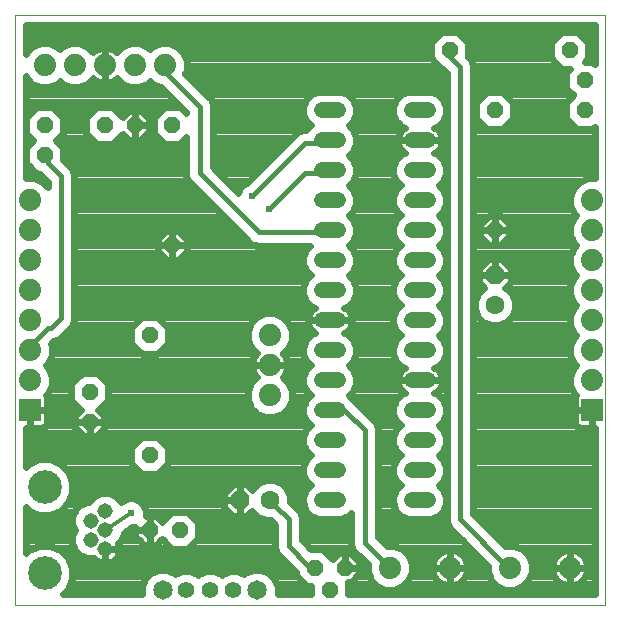
<source format=gbl>
G75*
%MOIN*%
%OFA0B0*%
%FSLAX25Y25*%
%IPPOS*%
%LPD*%
%AMOC8*
5,1,8,0,0,1.08239X$1,22.5*
%
%ADD10C,0.00000*%
%ADD11C,0.06300*%
%ADD12OC8,0.06300*%
%ADD13OC8,0.05200*%
%ADD14C,0.07400*%
%ADD15R,0.07400X0.07400*%
%ADD16C,0.05150*%
%ADD17C,0.11220*%
%ADD18C,0.05200*%
%ADD19C,0.05543*%
%ADD20C,0.06496*%
%ADD21C,0.01600*%
%ADD22C,0.02400*%
%ADD23C,0.01200*%
%ADD24C,0.02400*%
D10*
X0006014Y0002200D02*
X0202864Y0002200D01*
X0202864Y0199050D01*
X0006014Y0199050D01*
X0006014Y0002200D01*
D11*
X0091014Y0037200D03*
X0166014Y0102200D03*
D12*
X0166014Y0112200D03*
X0081014Y0037200D03*
D13*
X0061014Y0027200D03*
X0051014Y0027200D03*
X0051014Y0052200D03*
X0031014Y0063263D03*
X0031014Y0073263D03*
X0051014Y0092200D03*
X0058514Y0122200D03*
X0058514Y0162200D03*
X0046014Y0162200D03*
X0036014Y0162200D03*
X0016014Y0162200D03*
X0016014Y0152200D03*
X0151014Y0187200D03*
X0166014Y0167200D03*
X0191014Y0187200D03*
X0196014Y0177200D03*
X0196014Y0167200D03*
X0166014Y0127200D03*
X0116014Y0014700D03*
X0111014Y0007200D03*
X0106014Y0014700D03*
D14*
X0131014Y0014700D03*
X0151014Y0014700D03*
X0171014Y0014700D03*
X0191014Y0014700D03*
X0198514Y0077200D03*
X0198514Y0087200D03*
X0198514Y0097200D03*
X0198514Y0107200D03*
X0198514Y0117200D03*
X0198514Y0127200D03*
X0198514Y0137200D03*
X0091014Y0092200D03*
X0091014Y0082200D03*
X0091014Y0072200D03*
X0011014Y0077200D03*
X0011014Y0087200D03*
X0011014Y0097200D03*
X0011014Y0107200D03*
X0011014Y0117200D03*
X0011014Y0127200D03*
X0011014Y0137200D03*
X0016014Y0182200D03*
X0026014Y0182200D03*
X0036014Y0182200D03*
X0046014Y0182200D03*
X0056014Y0182200D03*
D15*
X0011014Y0067200D03*
X0198514Y0067200D03*
D16*
X0036093Y0033499D03*
X0031368Y0030350D03*
X0036093Y0027200D03*
X0031368Y0024050D03*
X0036093Y0020901D03*
D17*
X0016014Y0012830D03*
X0016014Y0041570D03*
D18*
X0108414Y0037200D02*
X0113614Y0037200D01*
X0113614Y0047200D02*
X0108414Y0047200D01*
X0108414Y0057200D02*
X0113614Y0057200D01*
X0113614Y0067200D02*
X0108414Y0067200D01*
X0108414Y0077200D02*
X0113614Y0077200D01*
X0113614Y0087200D02*
X0108414Y0087200D01*
X0108414Y0097200D02*
X0113614Y0097200D01*
X0113614Y0107200D02*
X0108414Y0107200D01*
X0108414Y0117200D02*
X0113614Y0117200D01*
X0113614Y0127200D02*
X0108414Y0127200D01*
X0108414Y0137200D02*
X0113614Y0137200D01*
X0113614Y0147200D02*
X0108414Y0147200D01*
X0108414Y0157200D02*
X0113614Y0157200D01*
X0113614Y0167200D02*
X0108414Y0167200D01*
X0138414Y0167200D02*
X0143614Y0167200D01*
X0143614Y0157200D02*
X0138414Y0157200D01*
X0138414Y0147200D02*
X0143614Y0147200D01*
X0143614Y0137200D02*
X0138414Y0137200D01*
X0138414Y0127200D02*
X0143614Y0127200D01*
X0143614Y0117200D02*
X0138414Y0117200D01*
X0138414Y0107200D02*
X0143614Y0107200D01*
X0143614Y0097200D02*
X0138414Y0097200D01*
X0138414Y0087200D02*
X0143614Y0087200D01*
X0143614Y0077200D02*
X0138414Y0077200D01*
X0138414Y0067200D02*
X0143614Y0067200D01*
X0143614Y0057200D02*
X0138414Y0057200D01*
X0138414Y0047200D02*
X0143614Y0047200D01*
X0143614Y0037200D02*
X0138414Y0037200D01*
D19*
X0078888Y0007200D03*
X0071014Y0007200D03*
X0063140Y0007200D03*
D20*
X0055266Y0007200D03*
X0086762Y0007200D03*
D21*
X0097314Y0022000D02*
X0097314Y0030800D01*
X0092914Y0035200D01*
X0091814Y0035200D01*
X0090714Y0036300D01*
X0091014Y0037200D01*
X0097314Y0022000D02*
X0103914Y0015400D01*
X0105014Y0015400D01*
X0106014Y0014700D01*
X0122614Y0023100D02*
X0122614Y0060500D01*
X0116014Y0067100D01*
X0111614Y0067100D01*
X0111014Y0067200D01*
X0154514Y0030800D02*
X0154514Y0181500D01*
X0151214Y0184800D01*
X0151214Y0187000D01*
X0151014Y0187200D01*
X0111014Y0157200D02*
X0110514Y0156200D01*
X0102814Y0156200D01*
X0085214Y0138600D01*
X0090714Y0134200D02*
X0102814Y0146300D01*
X0110514Y0146300D01*
X0111014Y0147200D01*
X0111014Y0127200D02*
X0110514Y0126500D01*
X0087414Y0126500D01*
X0067614Y0146300D01*
X0067614Y0168300D01*
X0056614Y0179300D01*
X0056614Y0181500D01*
X0056014Y0182200D01*
X0021414Y0145200D02*
X0021414Y0097900D01*
X0018114Y0094600D01*
X0017014Y0094600D01*
X0010414Y0088000D01*
X0011014Y0087200D01*
X0021414Y0145200D02*
X0017014Y0149600D01*
X0017014Y0151800D01*
X0016014Y0152200D01*
X0036814Y0027500D02*
X0036093Y0027200D01*
X0122614Y0023100D02*
X0131014Y0014700D01*
X0154514Y0030800D02*
X0169914Y0015400D01*
X0171014Y0015400D01*
X0171014Y0014700D01*
D22*
X0090714Y0134200D03*
X0085214Y0138600D03*
X0044814Y0033000D03*
D23*
X0036814Y0027500D01*
D24*
X0041327Y0023702D02*
X0040464Y0022839D01*
X0040517Y0022734D01*
X0040750Y0022019D01*
X0040867Y0021277D01*
X0040867Y0020901D01*
X0036747Y0020901D01*
X0036747Y0020901D01*
X0040867Y0020901D01*
X0040867Y0020525D01*
X0040750Y0019783D01*
X0040517Y0019068D01*
X0040176Y0018398D01*
X0039735Y0017790D01*
X0039203Y0017259D01*
X0038595Y0016817D01*
X0037925Y0016476D01*
X0037211Y0016244D01*
X0036468Y0016126D01*
X0036093Y0016126D01*
X0036093Y0020042D01*
X0036092Y0020042D01*
X0036092Y0016126D01*
X0035717Y0016126D01*
X0034974Y0016244D01*
X0034260Y0016476D01*
X0033590Y0016817D01*
X0032982Y0017259D01*
X0032451Y0017790D01*
X0032388Y0017876D01*
X0030140Y0017876D01*
X0027870Y0018816D01*
X0026133Y0020553D01*
X0025193Y0022822D01*
X0025193Y0025279D01*
X0025989Y0027200D01*
X0025193Y0029121D01*
X0025193Y0031578D01*
X0026133Y0033847D01*
X0027870Y0035584D01*
X0030140Y0036524D01*
X0030662Y0036524D01*
X0030858Y0036997D01*
X0032595Y0038734D01*
X0034864Y0039674D01*
X0037321Y0039674D01*
X0039590Y0038734D01*
X0041327Y0036997D01*
X0041531Y0036505D01*
X0042095Y0037069D01*
X0043859Y0037800D01*
X0045769Y0037800D01*
X0047533Y0037069D01*
X0048883Y0035719D01*
X0049614Y0033955D01*
X0049614Y0032045D01*
X0049595Y0032000D01*
X0051014Y0032000D01*
X0051014Y0027200D01*
X0051014Y0027200D01*
X0051014Y0022400D01*
X0053002Y0022400D01*
X0055024Y0024422D01*
X0058446Y0021000D01*
X0063582Y0021000D01*
X0067214Y0024632D01*
X0067214Y0029768D01*
X0063582Y0033400D01*
X0058446Y0033400D01*
X0055024Y0029978D01*
X0053002Y0032000D01*
X0051014Y0032000D01*
X0051014Y0027200D01*
X0051014Y0027200D01*
X0051014Y0022400D01*
X0049026Y0022400D01*
X0046214Y0025212D01*
X0046214Y0027200D01*
X0046214Y0028384D01*
X0045769Y0028200D01*
X0045246Y0028200D01*
X0042267Y0026152D01*
X0042267Y0025972D01*
X0041327Y0023702D01*
X0041362Y0023787D02*
X0047639Y0023787D01*
X0051014Y0023787D02*
X0051014Y0023787D01*
X0051014Y0026185D02*
X0051014Y0026185D01*
X0051014Y0027200D02*
X0046214Y0027200D01*
X0051014Y0027200D01*
X0051014Y0027200D01*
X0051014Y0028584D02*
X0051014Y0028584D01*
X0051014Y0030982D02*
X0051014Y0030982D01*
X0049614Y0033381D02*
X0058426Y0033381D01*
X0056028Y0030982D02*
X0054020Y0030982D01*
X0048823Y0035779D02*
X0075664Y0035779D01*
X0075664Y0034984D02*
X0078798Y0031850D01*
X0081014Y0031850D01*
X0083230Y0031850D01*
X0085135Y0033755D01*
X0085291Y0033376D01*
X0087190Y0031478D01*
X0089671Y0030450D01*
X0091441Y0030450D01*
X0092914Y0028977D01*
X0092914Y0021125D01*
X0093584Y0019508D01*
X0094821Y0018270D01*
X0099814Y0013277D01*
X0099814Y0012132D01*
X0103446Y0008500D01*
X0104814Y0008500D01*
X0104814Y0005800D01*
X0093594Y0005800D01*
X0093610Y0005838D01*
X0093610Y0008562D01*
X0092567Y0011079D01*
X0090641Y0013005D01*
X0088124Y0014048D01*
X0085400Y0014048D01*
X0082883Y0013005D01*
X0082484Y0012607D01*
X0080155Y0013572D01*
X0077620Y0013572D01*
X0075279Y0012602D01*
X0074951Y0012274D01*
X0074623Y0012602D01*
X0072281Y0013572D01*
X0069746Y0013572D01*
X0067405Y0012602D01*
X0067077Y0012274D01*
X0066749Y0012602D01*
X0064407Y0013572D01*
X0061872Y0013572D01*
X0059543Y0012607D01*
X0059145Y0013005D01*
X0056628Y0014048D01*
X0053904Y0014048D01*
X0051387Y0013005D01*
X0049460Y0011079D01*
X0048418Y0008562D01*
X0048418Y0005838D01*
X0048433Y0005800D01*
X0022009Y0005800D01*
X0023822Y0007613D01*
X0025224Y0010998D01*
X0025224Y0014662D01*
X0023822Y0018047D01*
X0021231Y0020638D01*
X0017846Y0022040D01*
X0014182Y0022040D01*
X0010797Y0020638D01*
X0009614Y0019455D01*
X0009614Y0034945D01*
X0010797Y0033762D01*
X0014182Y0032360D01*
X0017846Y0032360D01*
X0021231Y0033762D01*
X0023822Y0036353D01*
X0025224Y0039738D01*
X0025224Y0043402D01*
X0023822Y0046787D01*
X0021231Y0049378D01*
X0017846Y0050780D01*
X0014182Y0050780D01*
X0010797Y0049378D01*
X0009614Y0048195D01*
X0009614Y0061300D01*
X0011014Y0061300D01*
X0015003Y0061300D01*
X0015563Y0061450D01*
X0016065Y0061740D01*
X0016474Y0062149D01*
X0016764Y0062651D01*
X0016914Y0063210D01*
X0016914Y0067200D01*
X0016914Y0071190D01*
X0016764Y0071749D01*
X0016474Y0072251D01*
X0016431Y0072294D01*
X0017202Y0073065D01*
X0018314Y0075748D01*
X0018314Y0078652D01*
X0017202Y0081335D01*
X0016338Y0082200D01*
X0017202Y0083065D01*
X0018314Y0085748D01*
X0018314Y0088652D01*
X0018013Y0089377D01*
X0018836Y0090200D01*
X0018989Y0090200D01*
X0020606Y0090870D01*
X0021844Y0092108D01*
X0025144Y0095408D01*
X0025814Y0097025D01*
X0025814Y0146075D01*
X0025144Y0147692D01*
X0023906Y0148930D01*
X0022214Y0150623D01*
X0022214Y0154768D01*
X0019782Y0157200D01*
X0022214Y0159632D01*
X0022214Y0164768D01*
X0018582Y0168400D01*
X0013446Y0168400D01*
X0009814Y0164768D01*
X0009814Y0159632D01*
X0012246Y0157200D01*
X0009814Y0154768D01*
X0009814Y0149632D01*
X0013446Y0146000D01*
X0014391Y0146000D01*
X0017014Y0143377D01*
X0017014Y0141524D01*
X0015149Y0143389D01*
X0012466Y0144500D01*
X0009614Y0144500D01*
X0009614Y0178575D01*
X0009825Y0178065D01*
X0011879Y0176011D01*
X0014562Y0174900D01*
X0017466Y0174900D01*
X0020149Y0176011D01*
X0021014Y0176876D01*
X0021879Y0176011D01*
X0024562Y0174900D01*
X0027466Y0174900D01*
X0030149Y0176011D01*
X0032004Y0177866D01*
X0032170Y0177700D01*
X0032921Y0177154D01*
X0033749Y0176732D01*
X0034632Y0176445D01*
X0035549Y0176300D01*
X0036014Y0176300D01*
X0036478Y0176300D01*
X0037395Y0176445D01*
X0038279Y0176732D01*
X0039106Y0177154D01*
X0039857Y0177700D01*
X0040024Y0177866D01*
X0041879Y0176011D01*
X0044562Y0174900D01*
X0047466Y0174900D01*
X0050149Y0176011D01*
X0051014Y0176876D01*
X0051879Y0176011D01*
X0054562Y0174900D01*
X0054791Y0174900D01*
X0063214Y0166477D01*
X0063214Y0166268D01*
X0061082Y0168400D01*
X0055946Y0168400D01*
X0052314Y0164768D01*
X0052314Y0159632D01*
X0055946Y0156000D01*
X0061082Y0156000D01*
X0063214Y0158132D01*
X0063214Y0145425D01*
X0063884Y0143808D01*
X0065121Y0142570D01*
X0084921Y0122770D01*
X0086539Y0122100D01*
X0104546Y0122100D01*
X0103158Y0120712D01*
X0102214Y0118433D01*
X0102214Y0115967D01*
X0103158Y0113688D01*
X0104646Y0112200D01*
X0103158Y0110712D01*
X0102214Y0108433D01*
X0102214Y0105967D01*
X0103158Y0103688D01*
X0104902Y0101944D01*
X0106143Y0101430D01*
X0105898Y0101305D01*
X0105287Y0100861D01*
X0104753Y0100327D01*
X0104308Y0099716D01*
X0103965Y0099043D01*
X0103732Y0098324D01*
X0103614Y0097578D01*
X0103614Y0097200D01*
X0103614Y0096822D01*
X0103732Y0096076D01*
X0103965Y0095357D01*
X0104308Y0094684D01*
X0104753Y0094073D01*
X0105287Y0093539D01*
X0105898Y0093095D01*
X0106143Y0092970D01*
X0104902Y0092456D01*
X0103158Y0090712D01*
X0102214Y0088433D01*
X0102214Y0085967D01*
X0103158Y0083688D01*
X0104646Y0082200D01*
X0103158Y0080712D01*
X0102214Y0078433D01*
X0102214Y0075967D01*
X0103158Y0073688D01*
X0104646Y0072200D01*
X0103158Y0070712D01*
X0102214Y0068433D01*
X0102214Y0065967D01*
X0103158Y0063688D01*
X0104646Y0062200D01*
X0103158Y0060712D01*
X0102214Y0058433D01*
X0102214Y0055967D01*
X0103158Y0053688D01*
X0104646Y0052200D01*
X0103158Y0050712D01*
X0102214Y0048433D01*
X0102214Y0045967D01*
X0103158Y0043688D01*
X0104646Y0042200D01*
X0103158Y0040712D01*
X0102214Y0038433D01*
X0102214Y0035967D01*
X0103158Y0033688D01*
X0104902Y0031944D01*
X0107181Y0031000D01*
X0114847Y0031000D01*
X0117126Y0031944D01*
X0118214Y0033032D01*
X0118214Y0022225D01*
X0118884Y0020608D01*
X0120121Y0019370D01*
X0123714Y0015777D01*
X0123714Y0013248D01*
X0124825Y0010565D01*
X0126879Y0008511D01*
X0129562Y0007400D01*
X0132466Y0007400D01*
X0135149Y0008511D01*
X0137202Y0010565D01*
X0138314Y0013248D01*
X0138314Y0016152D01*
X0137202Y0018835D01*
X0135149Y0020889D01*
X0132466Y0022000D01*
X0129936Y0022000D01*
X0127014Y0024923D01*
X0127014Y0061375D01*
X0126344Y0062992D01*
X0119744Y0069592D01*
X0119044Y0070293D01*
X0118870Y0070712D01*
X0117382Y0072200D01*
X0118870Y0073688D01*
X0119814Y0075967D01*
X0119814Y0078433D01*
X0118870Y0080712D01*
X0117382Y0082200D01*
X0118870Y0083688D01*
X0119814Y0085967D01*
X0119814Y0088433D01*
X0118870Y0090712D01*
X0117126Y0092456D01*
X0115885Y0092970D01*
X0116130Y0093095D01*
X0116741Y0093539D01*
X0117275Y0094073D01*
X0117719Y0094684D01*
X0118062Y0095357D01*
X0118296Y0096076D01*
X0118414Y0096822D01*
X0118414Y0097200D01*
X0118414Y0097578D01*
X0118296Y0098324D01*
X0118062Y0099043D01*
X0117719Y0099716D01*
X0117275Y0100327D01*
X0116741Y0100861D01*
X0116130Y0101305D01*
X0115885Y0101430D01*
X0117126Y0101944D01*
X0118870Y0103688D01*
X0119814Y0105967D01*
X0119814Y0108433D01*
X0118870Y0110712D01*
X0117382Y0112200D01*
X0118870Y0113688D01*
X0119814Y0115967D01*
X0119814Y0118433D01*
X0118870Y0120712D01*
X0117382Y0122200D01*
X0118870Y0123688D01*
X0119814Y0125967D01*
X0119814Y0128433D01*
X0118870Y0130712D01*
X0117382Y0132200D01*
X0118870Y0133688D01*
X0119814Y0135967D01*
X0119814Y0138433D01*
X0118870Y0140712D01*
X0117382Y0142200D01*
X0118870Y0143688D01*
X0119814Y0145967D01*
X0119814Y0148433D01*
X0118870Y0150712D01*
X0117382Y0152200D01*
X0118870Y0153688D01*
X0119814Y0155967D01*
X0119814Y0158433D01*
X0118870Y0160712D01*
X0117382Y0162200D01*
X0118870Y0163688D01*
X0119814Y0165967D01*
X0119814Y0168433D01*
X0118870Y0170712D01*
X0117126Y0172456D01*
X0114847Y0173400D01*
X0107181Y0173400D01*
X0104902Y0172456D01*
X0103158Y0170712D01*
X0102214Y0168433D01*
X0102214Y0165967D01*
X0103158Y0163688D01*
X0104646Y0162200D01*
X0103158Y0160712D01*
X0103111Y0160600D01*
X0101939Y0160600D01*
X0100321Y0159930D01*
X0083460Y0143069D01*
X0082495Y0142669D01*
X0081145Y0141319D01*
X0080463Y0139673D01*
X0072014Y0148123D01*
X0072014Y0169175D01*
X0071344Y0170792D01*
X0062750Y0179386D01*
X0063314Y0180748D01*
X0063314Y0183652D01*
X0062202Y0186335D01*
X0060149Y0188389D01*
X0057466Y0189500D01*
X0054562Y0189500D01*
X0051879Y0188389D01*
X0051014Y0187524D01*
X0050149Y0188389D01*
X0047466Y0189500D01*
X0044562Y0189500D01*
X0041879Y0188389D01*
X0040024Y0186534D01*
X0039857Y0186700D01*
X0039106Y0187246D01*
X0038279Y0187668D01*
X0037395Y0187955D01*
X0036478Y0188100D01*
X0036014Y0188100D01*
X0036014Y0182200D01*
X0036014Y0182200D01*
X0036014Y0176300D01*
X0036014Y0182200D01*
X0036014Y0182200D01*
X0036014Y0188100D01*
X0035549Y0188100D01*
X0034632Y0187955D01*
X0033749Y0187668D01*
X0032921Y0187246D01*
X0032170Y0186700D01*
X0032004Y0186534D01*
X0030149Y0188389D01*
X0027466Y0189500D01*
X0024562Y0189500D01*
X0021879Y0188389D01*
X0021014Y0187524D01*
X0020149Y0188389D01*
X0017466Y0189500D01*
X0014562Y0189500D01*
X0011879Y0188389D01*
X0009825Y0186335D01*
X0009614Y0185825D01*
X0009614Y0195450D01*
X0199264Y0195450D01*
X0199264Y0182718D01*
X0198582Y0183400D01*
X0195982Y0183400D01*
X0197214Y0184632D01*
X0197214Y0189768D01*
X0193582Y0193400D01*
X0188446Y0193400D01*
X0184814Y0189768D01*
X0184814Y0184632D01*
X0188446Y0181000D01*
X0191046Y0181000D01*
X0189814Y0179768D01*
X0189814Y0174632D01*
X0192246Y0172200D01*
X0189814Y0169768D01*
X0189814Y0164632D01*
X0193446Y0161000D01*
X0198582Y0161000D01*
X0199264Y0161682D01*
X0199264Y0144500D01*
X0197062Y0144500D01*
X0194379Y0143389D01*
X0192325Y0141335D01*
X0191214Y0138652D01*
X0191214Y0135748D01*
X0192325Y0133065D01*
X0193190Y0132200D01*
X0192325Y0131335D01*
X0191214Y0128652D01*
X0191214Y0125748D01*
X0192325Y0123065D01*
X0193190Y0122200D01*
X0192325Y0121335D01*
X0191214Y0118652D01*
X0191214Y0115748D01*
X0192325Y0113065D01*
X0193190Y0112200D01*
X0192325Y0111335D01*
X0191214Y0108652D01*
X0191214Y0105748D01*
X0192325Y0103065D01*
X0193190Y0102200D01*
X0192325Y0101335D01*
X0191214Y0098652D01*
X0191214Y0095748D01*
X0192325Y0093065D01*
X0193190Y0092200D01*
X0192325Y0091335D01*
X0191214Y0088652D01*
X0191214Y0085748D01*
X0192325Y0083065D01*
X0193190Y0082200D01*
X0192325Y0081335D01*
X0191214Y0078652D01*
X0191214Y0075748D01*
X0192325Y0073065D01*
X0193096Y0072294D01*
X0193053Y0072251D01*
X0192764Y0071749D01*
X0192614Y0071190D01*
X0192614Y0067200D01*
X0192614Y0063210D01*
X0192764Y0062651D01*
X0193053Y0062149D01*
X0193463Y0061740D01*
X0193965Y0061450D01*
X0194524Y0061300D01*
X0198514Y0061300D01*
X0199264Y0061300D01*
X0199264Y0005800D01*
X0117214Y0005800D01*
X0117214Y0009768D01*
X0117082Y0009900D01*
X0118002Y0009900D01*
X0120814Y0012712D01*
X0120814Y0014700D01*
X0120814Y0016688D01*
X0118002Y0019500D01*
X0116014Y0019500D01*
X0116014Y0014700D01*
X0120814Y0014700D01*
X0116014Y0014700D01*
X0116014Y0014700D01*
X0116014Y0014700D01*
X0116014Y0019500D01*
X0114026Y0019500D01*
X0112004Y0017478D01*
X0108582Y0020900D01*
X0104636Y0020900D01*
X0101714Y0023823D01*
X0101714Y0031675D01*
X0101044Y0033292D01*
X0097764Y0036573D01*
X0097764Y0038543D01*
X0096736Y0041024D01*
X0094837Y0042922D01*
X0092356Y0043950D01*
X0089671Y0043950D01*
X0087190Y0042922D01*
X0085291Y0041024D01*
X0085135Y0040645D01*
X0083230Y0042550D01*
X0081014Y0042550D01*
X0081014Y0037200D01*
X0081014Y0037200D01*
X0081014Y0031850D01*
X0081014Y0037200D01*
X0081014Y0037200D01*
X0081014Y0042550D01*
X0078798Y0042550D01*
X0075664Y0039416D01*
X0075664Y0037200D01*
X0075664Y0034984D01*
X0075664Y0037200D02*
X0081014Y0037200D01*
X0081014Y0037200D01*
X0075664Y0037200D01*
X0075664Y0038178D02*
X0040147Y0038178D01*
X0032038Y0038178D02*
X0024578Y0038178D01*
X0023248Y0035779D02*
X0028341Y0035779D01*
X0025940Y0033381D02*
X0020310Y0033381D01*
X0025193Y0030982D02*
X0009614Y0030982D01*
X0009614Y0028584D02*
X0025416Y0028584D01*
X0025569Y0026185D02*
X0009614Y0026185D01*
X0009614Y0023787D02*
X0025193Y0023787D01*
X0025787Y0021388D02*
X0019420Y0021388D01*
X0022879Y0018990D02*
X0027696Y0018990D01*
X0024425Y0016591D02*
X0034033Y0016591D01*
X0036092Y0016591D02*
X0036093Y0016591D01*
X0038152Y0016591D02*
X0096500Y0016591D01*
X0094102Y0018990D02*
X0040478Y0018990D01*
X0040850Y0021388D02*
X0058058Y0021388D01*
X0055659Y0023787D02*
X0054389Y0023787D01*
X0046214Y0026185D02*
X0042315Y0026185D01*
X0036092Y0018990D02*
X0036093Y0018990D01*
X0025224Y0014193D02*
X0098899Y0014193D01*
X0100152Y0011794D02*
X0091852Y0011794D01*
X0093265Y0009396D02*
X0102550Y0009396D01*
X0104814Y0006997D02*
X0093610Y0006997D01*
X0092914Y0021388D02*
X0063970Y0021388D01*
X0066368Y0023787D02*
X0092914Y0023787D01*
X0092914Y0026185D02*
X0067214Y0026185D01*
X0067214Y0028584D02*
X0092914Y0028584D01*
X0088386Y0030982D02*
X0066000Y0030982D01*
X0063601Y0033381D02*
X0077267Y0033381D01*
X0081014Y0033381D02*
X0081014Y0033381D01*
X0081014Y0035779D02*
X0081014Y0035779D01*
X0081014Y0038178D02*
X0081014Y0038178D01*
X0081014Y0040576D02*
X0081014Y0040576D01*
X0076824Y0040576D02*
X0025224Y0040576D01*
X0025224Y0042975D02*
X0087317Y0042975D01*
X0094711Y0042975D02*
X0103871Y0042975D01*
X0103101Y0040576D02*
X0096921Y0040576D01*
X0097764Y0038178D02*
X0102214Y0038178D01*
X0102291Y0035779D02*
X0098557Y0035779D01*
X0100956Y0033381D02*
X0103465Y0033381D01*
X0101714Y0030982D02*
X0118214Y0030982D01*
X0118214Y0028584D02*
X0101714Y0028584D01*
X0101714Y0026185D02*
X0118214Y0026185D01*
X0118214Y0023787D02*
X0101750Y0023787D01*
X0104148Y0021388D02*
X0118560Y0021388D01*
X0118512Y0018990D02*
X0120502Y0018990D01*
X0120814Y0016591D02*
X0122900Y0016591D01*
X0123714Y0014193D02*
X0120814Y0014193D01*
X0119896Y0011794D02*
X0124316Y0011794D01*
X0125994Y0009396D02*
X0117214Y0009396D01*
X0117214Y0006997D02*
X0199264Y0006997D01*
X0199264Y0009396D02*
X0193599Y0009396D01*
X0193279Y0009232D02*
X0194106Y0009654D01*
X0194857Y0010200D01*
X0195514Y0010856D01*
X0196060Y0011608D01*
X0196482Y0012435D01*
X0196768Y0013318D01*
X0196914Y0014236D01*
X0196914Y0014700D01*
X0196914Y0015164D01*
X0196768Y0016082D01*
X0196482Y0016965D01*
X0196060Y0017792D01*
X0195514Y0018544D01*
X0194857Y0019200D01*
X0194106Y0019746D01*
X0193279Y0020168D01*
X0192395Y0020455D01*
X0191478Y0020600D01*
X0191014Y0020600D01*
X0191014Y0014700D01*
X0196914Y0014700D01*
X0191014Y0014700D01*
X0191014Y0014700D01*
X0191014Y0014700D01*
X0191014Y0008800D01*
X0191478Y0008800D01*
X0192395Y0008945D01*
X0193279Y0009232D01*
X0196155Y0011794D02*
X0199264Y0011794D01*
X0199264Y0014193D02*
X0196907Y0014193D01*
X0196603Y0016591D02*
X0199264Y0016591D01*
X0199264Y0018990D02*
X0195068Y0018990D01*
X0191014Y0018990D02*
X0191014Y0018990D01*
X0191014Y0020600D02*
X0190549Y0020600D01*
X0189632Y0020455D01*
X0188749Y0020168D01*
X0187921Y0019746D01*
X0187170Y0019200D01*
X0186514Y0018544D01*
X0185968Y0017792D01*
X0185546Y0016965D01*
X0185259Y0016082D01*
X0185114Y0015164D01*
X0185114Y0014700D01*
X0185114Y0014236D01*
X0185259Y0013318D01*
X0185546Y0012435D01*
X0185968Y0011608D01*
X0186514Y0010856D01*
X0187170Y0010200D01*
X0187921Y0009654D01*
X0188749Y0009232D01*
X0189632Y0008945D01*
X0190549Y0008800D01*
X0191014Y0008800D01*
X0191014Y0014700D01*
X0191014Y0014700D01*
X0191014Y0020600D01*
X0191014Y0016591D02*
X0191014Y0016591D01*
X0191014Y0014700D02*
X0191014Y0014700D01*
X0185114Y0014700D01*
X0191014Y0014700D01*
X0191014Y0014193D02*
X0191014Y0014193D01*
X0191014Y0011794D02*
X0191014Y0011794D01*
X0191014Y0009396D02*
X0191014Y0009396D01*
X0188428Y0009396D02*
X0176033Y0009396D01*
X0175149Y0008511D02*
X0177202Y0010565D01*
X0178314Y0013248D01*
X0178314Y0016152D01*
X0177202Y0018835D01*
X0175149Y0020889D01*
X0172466Y0022000D01*
X0169562Y0022000D01*
X0169544Y0021993D01*
X0158914Y0032623D01*
X0158914Y0182375D01*
X0158244Y0183992D01*
X0157214Y0185023D01*
X0157214Y0189768D01*
X0153582Y0193400D01*
X0148446Y0193400D01*
X0144814Y0189768D01*
X0144814Y0184632D01*
X0148446Y0181000D01*
X0148791Y0181000D01*
X0150114Y0179677D01*
X0150114Y0029925D01*
X0150784Y0028308D01*
X0152021Y0027070D01*
X0163714Y0015377D01*
X0163714Y0013248D01*
X0164825Y0010565D01*
X0166879Y0008511D01*
X0169562Y0007400D01*
X0172466Y0007400D01*
X0175149Y0008511D01*
X0177712Y0011794D02*
X0185873Y0011794D01*
X0185121Y0014193D02*
X0178314Y0014193D01*
X0178132Y0016591D02*
X0185425Y0016591D01*
X0186959Y0018990D02*
X0177048Y0018990D01*
X0173943Y0021388D02*
X0199264Y0021388D01*
X0199264Y0023787D02*
X0167750Y0023787D01*
X0165351Y0026185D02*
X0199264Y0026185D01*
X0199264Y0028584D02*
X0162953Y0028584D01*
X0160554Y0030982D02*
X0199264Y0030982D01*
X0199264Y0033381D02*
X0158914Y0033381D01*
X0158914Y0035779D02*
X0199264Y0035779D01*
X0199264Y0038178D02*
X0158914Y0038178D01*
X0158914Y0040576D02*
X0199264Y0040576D01*
X0199264Y0042975D02*
X0158914Y0042975D01*
X0158914Y0045373D02*
X0199264Y0045373D01*
X0199264Y0047772D02*
X0158914Y0047772D01*
X0158914Y0050170D02*
X0199264Y0050170D01*
X0199264Y0052569D02*
X0158914Y0052569D01*
X0158914Y0054967D02*
X0199264Y0054967D01*
X0199264Y0057366D02*
X0158914Y0057366D01*
X0158914Y0059764D02*
X0199264Y0059764D01*
X0198514Y0061300D02*
X0198514Y0067200D01*
X0198514Y0067200D01*
X0198514Y0061300D01*
X0198514Y0062163D02*
X0198514Y0062163D01*
X0198514Y0064561D02*
X0198514Y0064561D01*
X0198514Y0066960D02*
X0198514Y0066960D01*
X0198514Y0067200D02*
X0192614Y0067200D01*
X0198514Y0067200D01*
X0198514Y0067200D01*
X0192614Y0066960D02*
X0158914Y0066960D01*
X0158914Y0069358D02*
X0192614Y0069358D01*
X0192768Y0071757D02*
X0158914Y0071757D01*
X0158914Y0074155D02*
X0191873Y0074155D01*
X0191214Y0076554D02*
X0158914Y0076554D01*
X0158914Y0078952D02*
X0191338Y0078952D01*
X0192341Y0081351D02*
X0158914Y0081351D01*
X0158914Y0083749D02*
X0192042Y0083749D01*
X0191214Y0086148D02*
X0158914Y0086148D01*
X0158914Y0088546D02*
X0191214Y0088546D01*
X0192164Y0090945D02*
X0158914Y0090945D01*
X0158914Y0093343D02*
X0192210Y0093343D01*
X0191216Y0095742D02*
X0168061Y0095742D01*
X0167356Y0095450D02*
X0169837Y0096478D01*
X0171736Y0098376D01*
X0172764Y0100857D01*
X0172764Y0103543D01*
X0171736Y0106024D01*
X0169837Y0107922D01*
X0169459Y0108079D01*
X0171364Y0109984D01*
X0171364Y0112200D01*
X0171364Y0114416D01*
X0168230Y0117550D01*
X0166014Y0117550D01*
X0166014Y0112200D01*
X0171364Y0112200D01*
X0166014Y0112200D01*
X0166014Y0112200D01*
X0166014Y0112200D01*
X0166014Y0117550D01*
X0163798Y0117550D01*
X0160664Y0114416D01*
X0160664Y0112200D01*
X0160664Y0109984D01*
X0162569Y0108079D01*
X0162190Y0107922D01*
X0160291Y0106024D01*
X0159264Y0103543D01*
X0159264Y0100857D01*
X0160291Y0098376D01*
X0162190Y0096478D01*
X0164671Y0095450D01*
X0167356Y0095450D01*
X0163966Y0095742D02*
X0158914Y0095742D01*
X0158914Y0098140D02*
X0160527Y0098140D01*
X0159396Y0100539D02*
X0158914Y0100539D01*
X0158914Y0102937D02*
X0159264Y0102937D01*
X0158914Y0105336D02*
X0160007Y0105336D01*
X0158914Y0107734D02*
X0162002Y0107734D01*
X0160664Y0110133D02*
X0158914Y0110133D01*
X0158914Y0112532D02*
X0160664Y0112532D01*
X0160664Y0112200D02*
X0166014Y0112200D01*
X0160664Y0112200D01*
X0161178Y0114930D02*
X0158914Y0114930D01*
X0158914Y0117329D02*
X0163576Y0117329D01*
X0166014Y0117329D02*
X0166014Y0117329D01*
X0166014Y0114930D02*
X0166014Y0114930D01*
X0168451Y0117329D02*
X0191214Y0117329D01*
X0191553Y0114930D02*
X0170850Y0114930D01*
X0171364Y0112532D02*
X0192858Y0112532D01*
X0191827Y0110133D02*
X0171364Y0110133D01*
X0170025Y0107734D02*
X0191214Y0107734D01*
X0191384Y0105336D02*
X0172021Y0105336D01*
X0172764Y0102937D02*
X0192453Y0102937D01*
X0191995Y0100539D02*
X0172632Y0100539D01*
X0171500Y0098140D02*
X0191214Y0098140D01*
X0191659Y0119727D02*
X0158914Y0119727D01*
X0158914Y0122126D02*
X0193116Y0122126D01*
X0191721Y0124524D02*
X0170126Y0124524D01*
X0170814Y0125212D02*
X0168002Y0122400D01*
X0166014Y0122400D01*
X0166014Y0127200D01*
X0170814Y0127200D01*
X0170814Y0129188D01*
X0168002Y0132000D01*
X0166014Y0132000D01*
X0166014Y0127200D01*
X0166014Y0127200D01*
X0170814Y0127200D01*
X0170814Y0125212D01*
X0170814Y0126923D02*
X0191214Y0126923D01*
X0191491Y0129321D02*
X0170681Y0129321D01*
X0168282Y0131720D02*
X0192710Y0131720D01*
X0191889Y0134118D02*
X0158914Y0134118D01*
X0158914Y0131720D02*
X0163745Y0131720D01*
X0164026Y0132000D02*
X0161214Y0129188D01*
X0161214Y0127200D01*
X0161214Y0125212D01*
X0164026Y0122400D01*
X0166014Y0122400D01*
X0166014Y0127200D01*
X0166014Y0127200D01*
X0166014Y0127200D01*
X0166014Y0132000D01*
X0164026Y0132000D01*
X0166014Y0131720D02*
X0166014Y0131720D01*
X0166014Y0129321D02*
X0166014Y0129321D01*
X0166014Y0127200D02*
X0166014Y0127200D01*
X0161214Y0127200D01*
X0166014Y0127200D01*
X0166014Y0126923D02*
X0166014Y0126923D01*
X0166014Y0124524D02*
X0166014Y0124524D01*
X0161901Y0124524D02*
X0158914Y0124524D01*
X0158914Y0126923D02*
X0161214Y0126923D01*
X0161347Y0129321D02*
X0158914Y0129321D01*
X0158914Y0136517D02*
X0191214Y0136517D01*
X0191323Y0138915D02*
X0158914Y0138915D01*
X0158914Y0141314D02*
X0192316Y0141314D01*
X0195160Y0143712D02*
X0158914Y0143712D01*
X0158914Y0146111D02*
X0199264Y0146111D01*
X0199264Y0148509D02*
X0158914Y0148509D01*
X0158914Y0150908D02*
X0199264Y0150908D01*
X0199264Y0153306D02*
X0158914Y0153306D01*
X0158914Y0155705D02*
X0199264Y0155705D01*
X0199264Y0158103D02*
X0158914Y0158103D01*
X0158914Y0160502D02*
X0199264Y0160502D01*
X0191545Y0162900D02*
X0170482Y0162900D01*
X0172214Y0164632D02*
X0168582Y0161000D01*
X0163446Y0161000D01*
X0159814Y0164632D01*
X0159814Y0169768D01*
X0163446Y0173400D01*
X0168582Y0173400D01*
X0172214Y0169768D01*
X0172214Y0164632D01*
X0172214Y0165299D02*
X0189814Y0165299D01*
X0189814Y0167697D02*
X0172214Y0167697D01*
X0171886Y0170096D02*
X0190141Y0170096D01*
X0191951Y0172494D02*
X0169488Y0172494D01*
X0162540Y0172494D02*
X0158914Y0172494D01*
X0158914Y0170096D02*
X0160141Y0170096D01*
X0159814Y0167697D02*
X0158914Y0167697D01*
X0158914Y0165299D02*
X0159814Y0165299D01*
X0158914Y0162900D02*
X0161545Y0162900D01*
X0150114Y0162900D02*
X0148082Y0162900D01*
X0148870Y0163688D02*
X0149814Y0165967D01*
X0149814Y0168433D01*
X0148870Y0170712D01*
X0147126Y0172456D01*
X0144847Y0173400D01*
X0137181Y0173400D01*
X0134902Y0172456D01*
X0133158Y0170712D01*
X0132214Y0168433D01*
X0132214Y0165967D01*
X0133158Y0163688D01*
X0134902Y0161944D01*
X0136143Y0161430D01*
X0135898Y0161305D01*
X0135287Y0160861D01*
X0134753Y0160327D01*
X0134308Y0159716D01*
X0133965Y0159043D01*
X0133732Y0158324D01*
X0133614Y0157578D01*
X0133614Y0157200D01*
X0133614Y0156822D01*
X0133732Y0156076D01*
X0133965Y0155357D01*
X0134308Y0154684D01*
X0134753Y0154073D01*
X0135287Y0153539D01*
X0135898Y0153095D01*
X0136143Y0152970D01*
X0134902Y0152456D01*
X0133158Y0150712D01*
X0132214Y0148433D01*
X0132214Y0145967D01*
X0133158Y0143688D01*
X0134646Y0142200D01*
X0133158Y0140712D01*
X0132214Y0138433D01*
X0132214Y0135967D01*
X0133158Y0133688D01*
X0134646Y0132200D01*
X0133158Y0130712D01*
X0132214Y0128433D01*
X0132214Y0125967D01*
X0133158Y0123688D01*
X0134646Y0122200D01*
X0133158Y0120712D01*
X0132214Y0118433D01*
X0132214Y0115967D01*
X0133158Y0113688D01*
X0134646Y0112200D01*
X0133158Y0110712D01*
X0132214Y0108433D01*
X0132214Y0105967D01*
X0133158Y0103688D01*
X0134646Y0102200D01*
X0133158Y0100712D01*
X0132214Y0098433D01*
X0132214Y0095967D01*
X0133158Y0093688D01*
X0134646Y0092200D01*
X0133158Y0090712D01*
X0132214Y0088433D01*
X0132214Y0085967D01*
X0133158Y0083688D01*
X0134902Y0081944D01*
X0136143Y0081430D01*
X0135898Y0081305D01*
X0135287Y0080861D01*
X0134753Y0080327D01*
X0134308Y0079716D01*
X0133965Y0079043D01*
X0133732Y0078324D01*
X0133614Y0077578D01*
X0133614Y0077200D01*
X0133614Y0076822D01*
X0133732Y0076076D01*
X0133965Y0075357D01*
X0134308Y0074684D01*
X0134753Y0074073D01*
X0135287Y0073539D01*
X0135898Y0073095D01*
X0136143Y0072970D01*
X0134902Y0072456D01*
X0133158Y0070712D01*
X0132214Y0068433D01*
X0132214Y0065967D01*
X0133158Y0063688D01*
X0134646Y0062200D01*
X0133158Y0060712D01*
X0132214Y0058433D01*
X0132214Y0055967D01*
X0133158Y0053688D01*
X0134646Y0052200D01*
X0133158Y0050712D01*
X0132214Y0048433D01*
X0132214Y0045967D01*
X0133158Y0043688D01*
X0134646Y0042200D01*
X0133158Y0040712D01*
X0132214Y0038433D01*
X0132214Y0035967D01*
X0133158Y0033688D01*
X0134902Y0031944D01*
X0137181Y0031000D01*
X0144847Y0031000D01*
X0147126Y0031944D01*
X0148870Y0033688D01*
X0149814Y0035967D01*
X0149814Y0038433D01*
X0148870Y0040712D01*
X0147382Y0042200D01*
X0148870Y0043688D01*
X0149814Y0045967D01*
X0149814Y0048433D01*
X0148870Y0050712D01*
X0147382Y0052200D01*
X0148870Y0053688D01*
X0149814Y0055967D01*
X0149814Y0058433D01*
X0148870Y0060712D01*
X0147382Y0062200D01*
X0148870Y0063688D01*
X0149814Y0065967D01*
X0149814Y0068433D01*
X0148870Y0070712D01*
X0147126Y0072456D01*
X0145885Y0072970D01*
X0146130Y0073095D01*
X0146741Y0073539D01*
X0147275Y0074073D01*
X0147719Y0074684D01*
X0148062Y0075357D01*
X0148296Y0076076D01*
X0148414Y0076822D01*
X0148414Y0077200D01*
X0148414Y0077578D01*
X0148296Y0078324D01*
X0148062Y0079043D01*
X0147719Y0079716D01*
X0147275Y0080327D01*
X0146741Y0080861D01*
X0146130Y0081305D01*
X0145885Y0081430D01*
X0147126Y0081944D01*
X0148870Y0083688D01*
X0149814Y0085967D01*
X0149814Y0088433D01*
X0148870Y0090712D01*
X0147382Y0092200D01*
X0148870Y0093688D01*
X0149814Y0095967D01*
X0149814Y0098433D01*
X0148870Y0100712D01*
X0147382Y0102200D01*
X0148870Y0103688D01*
X0149814Y0105967D01*
X0149814Y0108433D01*
X0148870Y0110712D01*
X0147382Y0112200D01*
X0148870Y0113688D01*
X0149814Y0115967D01*
X0149814Y0118433D01*
X0148870Y0120712D01*
X0147382Y0122200D01*
X0148870Y0123688D01*
X0149814Y0125967D01*
X0149814Y0128433D01*
X0148870Y0130712D01*
X0147382Y0132200D01*
X0148870Y0133688D01*
X0149814Y0135967D01*
X0149814Y0138433D01*
X0148870Y0140712D01*
X0147382Y0142200D01*
X0148870Y0143688D01*
X0149814Y0145967D01*
X0149814Y0148433D01*
X0148870Y0150712D01*
X0147126Y0152456D01*
X0145885Y0152970D01*
X0146130Y0153095D01*
X0146741Y0153539D01*
X0147275Y0154073D01*
X0147719Y0154684D01*
X0148062Y0155357D01*
X0148296Y0156076D01*
X0148414Y0156822D01*
X0148414Y0157200D01*
X0148414Y0157578D01*
X0148296Y0158324D01*
X0148062Y0159043D01*
X0147719Y0159716D01*
X0147275Y0160327D01*
X0146741Y0160861D01*
X0146130Y0161305D01*
X0145885Y0161430D01*
X0147126Y0161944D01*
X0148870Y0163688D01*
X0149537Y0165299D02*
X0150114Y0165299D01*
X0150114Y0167697D02*
X0149814Y0167697D01*
X0150114Y0170096D02*
X0149125Y0170096D01*
X0150114Y0172494D02*
X0147034Y0172494D01*
X0150114Y0174893D02*
X0067243Y0174893D01*
X0069642Y0172494D02*
X0104994Y0172494D01*
X0102902Y0170096D02*
X0071632Y0170096D01*
X0072014Y0167697D02*
X0102214Y0167697D01*
X0102490Y0165299D02*
X0072014Y0165299D01*
X0072014Y0162900D02*
X0103945Y0162900D01*
X0101701Y0160502D02*
X0072014Y0160502D01*
X0072014Y0158103D02*
X0098494Y0158103D01*
X0096096Y0155705D02*
X0072014Y0155705D01*
X0072014Y0153306D02*
X0093697Y0153306D01*
X0091299Y0150908D02*
X0072014Y0150908D01*
X0072014Y0148509D02*
X0088900Y0148509D01*
X0086502Y0146111D02*
X0074026Y0146111D01*
X0076424Y0143712D02*
X0084103Y0143712D01*
X0081142Y0141314D02*
X0078823Y0141314D01*
X0073573Y0134118D02*
X0025814Y0134118D01*
X0025814Y0131720D02*
X0075972Y0131720D01*
X0078370Y0129321D02*
X0025814Y0129321D01*
X0025814Y0126923D02*
X0056448Y0126923D01*
X0056526Y0127000D02*
X0053714Y0124188D01*
X0053714Y0122200D01*
X0053714Y0120212D01*
X0056526Y0117400D01*
X0058514Y0117400D01*
X0060502Y0117400D01*
X0063314Y0120212D01*
X0063314Y0122200D01*
X0063314Y0124188D01*
X0060502Y0127000D01*
X0058514Y0127000D01*
X0058514Y0122200D01*
X0063314Y0122200D01*
X0058514Y0122200D01*
X0058514Y0122200D01*
X0058514Y0122200D01*
X0058514Y0117400D01*
X0058514Y0122200D01*
X0058514Y0122200D01*
X0058514Y0127000D01*
X0056526Y0127000D01*
X0058514Y0126923D02*
X0058514Y0126923D01*
X0060579Y0126923D02*
X0080769Y0126923D01*
X0083167Y0124524D02*
X0062978Y0124524D01*
X0063314Y0122126D02*
X0086477Y0122126D01*
X0102750Y0119727D02*
X0062829Y0119727D01*
X0058514Y0119727D02*
X0058514Y0119727D01*
X0058514Y0122126D02*
X0058514Y0122126D01*
X0058514Y0122200D02*
X0053714Y0122200D01*
X0058514Y0122200D01*
X0058514Y0122200D01*
X0058514Y0124524D02*
X0058514Y0124524D01*
X0054050Y0124524D02*
X0025814Y0124524D01*
X0025814Y0122126D02*
X0053714Y0122126D01*
X0054198Y0119727D02*
X0025814Y0119727D01*
X0025814Y0117329D02*
X0102214Y0117329D01*
X0102643Y0114930D02*
X0025814Y0114930D01*
X0025814Y0112532D02*
X0104314Y0112532D01*
X0102918Y0110133D02*
X0025814Y0110133D01*
X0025814Y0107734D02*
X0102214Y0107734D01*
X0102475Y0105336D02*
X0025814Y0105336D01*
X0025814Y0102937D02*
X0103908Y0102937D01*
X0104965Y0100539D02*
X0025814Y0100539D01*
X0025814Y0098140D02*
X0048186Y0098140D01*
X0048446Y0098400D02*
X0044814Y0094768D01*
X0044814Y0089632D01*
X0048446Y0086000D01*
X0053582Y0086000D01*
X0057214Y0089632D01*
X0057214Y0094768D01*
X0053582Y0098400D01*
X0048446Y0098400D01*
X0045788Y0095742D02*
X0025282Y0095742D01*
X0023080Y0093343D02*
X0044814Y0093343D01*
X0044814Y0090945D02*
X0020681Y0090945D01*
X0018314Y0088546D02*
X0045899Y0088546D01*
X0048298Y0086148D02*
X0018314Y0086148D01*
X0017486Y0083749D02*
X0085314Y0083749D01*
X0085259Y0083582D02*
X0085114Y0082664D01*
X0085114Y0082200D01*
X0085114Y0081736D01*
X0085259Y0080818D01*
X0085546Y0079935D01*
X0085968Y0079108D01*
X0086514Y0078356D01*
X0086680Y0078190D01*
X0084825Y0076335D01*
X0083714Y0073652D01*
X0083714Y0070748D01*
X0084825Y0068065D01*
X0086879Y0066011D01*
X0089562Y0064900D01*
X0092466Y0064900D01*
X0095149Y0066011D01*
X0097202Y0068065D01*
X0098314Y0070748D01*
X0098314Y0073652D01*
X0097202Y0076335D01*
X0095348Y0078190D01*
X0095514Y0078356D01*
X0096060Y0079108D01*
X0096482Y0079935D01*
X0096768Y0080818D01*
X0096914Y0081736D01*
X0096914Y0082200D01*
X0096914Y0082664D01*
X0096768Y0083582D01*
X0096482Y0084465D01*
X0096060Y0085292D01*
X0095514Y0086044D01*
X0095348Y0086210D01*
X0097202Y0088065D01*
X0098314Y0090748D01*
X0098314Y0093652D01*
X0097202Y0096335D01*
X0095149Y0098389D01*
X0092466Y0099500D01*
X0089562Y0099500D01*
X0086879Y0098389D01*
X0084825Y0096335D01*
X0083714Y0093652D01*
X0083714Y0090748D01*
X0084825Y0088065D01*
X0086680Y0086210D01*
X0086514Y0086044D01*
X0085968Y0085292D01*
X0085546Y0084465D01*
X0085259Y0083582D01*
X0085114Y0082200D02*
X0091014Y0082200D01*
X0096914Y0082200D01*
X0091014Y0082200D01*
X0091014Y0082200D01*
X0085114Y0082200D01*
X0085175Y0081351D02*
X0017187Y0081351D01*
X0018189Y0078952D02*
X0027935Y0078952D01*
X0028446Y0079463D02*
X0024814Y0075831D01*
X0024814Y0070695D01*
X0028236Y0067273D01*
X0026214Y0065251D01*
X0026214Y0063263D01*
X0026214Y0061275D01*
X0029026Y0058463D01*
X0031014Y0058463D01*
X0033002Y0058463D01*
X0035814Y0061275D01*
X0035814Y0063263D01*
X0035814Y0065251D01*
X0033792Y0067273D01*
X0037214Y0070695D01*
X0037214Y0075831D01*
X0033582Y0079463D01*
X0028446Y0079463D01*
X0025537Y0076554D02*
X0018314Y0076554D01*
X0017654Y0074155D02*
X0024814Y0074155D01*
X0024814Y0071757D02*
X0016759Y0071757D01*
X0016914Y0069358D02*
X0026150Y0069358D01*
X0027922Y0066960D02*
X0016914Y0066960D01*
X0016914Y0067200D02*
X0011014Y0067200D01*
X0016914Y0067200D01*
X0016914Y0064561D02*
X0026214Y0064561D01*
X0026214Y0063263D02*
X0031014Y0063263D01*
X0035814Y0063263D01*
X0031014Y0063263D01*
X0031014Y0063263D01*
X0031014Y0058463D01*
X0031014Y0063263D01*
X0031014Y0063263D01*
X0026214Y0063263D01*
X0026214Y0062163D02*
X0016482Y0062163D01*
X0011014Y0062163D02*
X0011014Y0062163D01*
X0011014Y0061300D02*
X0011014Y0067200D01*
X0011014Y0067200D01*
X0011014Y0067200D01*
X0011014Y0061300D01*
X0009614Y0059764D02*
X0027724Y0059764D01*
X0031014Y0059764D02*
X0031014Y0059764D01*
X0031014Y0062163D02*
X0031014Y0062163D01*
X0031014Y0063263D02*
X0031014Y0063263D01*
X0034303Y0059764D02*
X0102765Y0059764D01*
X0102214Y0057366D02*
X0054616Y0057366D01*
X0053582Y0058400D02*
X0048446Y0058400D01*
X0044814Y0054768D01*
X0044814Y0049632D01*
X0048446Y0046000D01*
X0053582Y0046000D01*
X0057214Y0049632D01*
X0057214Y0054768D01*
X0053582Y0058400D01*
X0057015Y0054967D02*
X0102628Y0054967D01*
X0104277Y0052569D02*
X0057214Y0052569D01*
X0057214Y0050170D02*
X0102933Y0050170D01*
X0102214Y0047772D02*
X0055354Y0047772D01*
X0046674Y0047772D02*
X0022837Y0047772D01*
X0024408Y0045373D02*
X0102460Y0045373D01*
X0104608Y0062163D02*
X0035814Y0062163D01*
X0035814Y0064561D02*
X0102796Y0064561D01*
X0102214Y0066960D02*
X0096097Y0066960D01*
X0097738Y0069358D02*
X0102597Y0069358D01*
X0104202Y0071757D02*
X0098314Y0071757D01*
X0098105Y0074155D02*
X0102964Y0074155D01*
X0102214Y0076554D02*
X0096984Y0076554D01*
X0095947Y0078952D02*
X0102429Y0078952D01*
X0103797Y0081351D02*
X0096853Y0081351D01*
X0096714Y0083749D02*
X0103132Y0083749D01*
X0102214Y0086148D02*
X0095410Y0086148D01*
X0097402Y0088546D02*
X0102261Y0088546D01*
X0103391Y0090945D02*
X0098314Y0090945D01*
X0098314Y0093343D02*
X0105556Y0093343D01*
X0103841Y0095742D02*
X0097448Y0095742D01*
X0095397Y0098140D02*
X0103703Y0098140D01*
X0103614Y0097200D02*
X0111014Y0097200D01*
X0118414Y0097200D01*
X0111014Y0097200D01*
X0111014Y0097200D01*
X0103614Y0097200D01*
X0111014Y0097200D02*
X0111014Y0097200D01*
X0116472Y0093343D02*
X0133502Y0093343D01*
X0133391Y0090945D02*
X0118637Y0090945D01*
X0119767Y0088546D02*
X0132261Y0088546D01*
X0132214Y0086148D02*
X0119814Y0086148D01*
X0118895Y0083749D02*
X0133132Y0083749D01*
X0135987Y0081351D02*
X0118231Y0081351D01*
X0119599Y0078952D02*
X0133936Y0078952D01*
X0133614Y0077200D02*
X0141014Y0077200D01*
X0148414Y0077200D01*
X0141014Y0077200D01*
X0141014Y0077200D01*
X0133614Y0077200D01*
X0133656Y0076554D02*
X0119814Y0076554D01*
X0119063Y0074155D02*
X0134693Y0074155D01*
X0134202Y0071757D02*
X0117825Y0071757D01*
X0119978Y0069358D02*
X0132597Y0069358D01*
X0132214Y0066960D02*
X0122377Y0066960D01*
X0124775Y0064561D02*
X0132796Y0064561D01*
X0134608Y0062163D02*
X0126688Y0062163D01*
X0127014Y0059764D02*
X0132765Y0059764D01*
X0132214Y0057366D02*
X0127014Y0057366D01*
X0127014Y0054967D02*
X0132628Y0054967D01*
X0134277Y0052569D02*
X0127014Y0052569D01*
X0127014Y0050170D02*
X0132933Y0050170D01*
X0132214Y0047772D02*
X0127014Y0047772D01*
X0127014Y0045373D02*
X0132460Y0045373D01*
X0133871Y0042975D02*
X0127014Y0042975D01*
X0127014Y0040576D02*
X0133101Y0040576D01*
X0132214Y0038178D02*
X0127014Y0038178D01*
X0127014Y0035779D02*
X0132291Y0035779D01*
X0133465Y0033381D02*
X0127014Y0033381D01*
X0127014Y0030982D02*
X0150114Y0030982D01*
X0150114Y0033381D02*
X0148563Y0033381D01*
X0149736Y0035779D02*
X0150114Y0035779D01*
X0150114Y0038178D02*
X0149814Y0038178D01*
X0150114Y0040576D02*
X0148926Y0040576D01*
X0148157Y0042975D02*
X0150114Y0042975D01*
X0150114Y0045373D02*
X0149568Y0045373D01*
X0149814Y0047772D02*
X0150114Y0047772D01*
X0150114Y0050170D02*
X0149094Y0050170D01*
X0150114Y0052569D02*
X0147751Y0052569D01*
X0149400Y0054967D02*
X0150114Y0054967D01*
X0150114Y0057366D02*
X0149814Y0057366D01*
X0150114Y0059764D02*
X0149262Y0059764D01*
X0150114Y0062163D02*
X0147419Y0062163D01*
X0149232Y0064561D02*
X0150114Y0064561D01*
X0150114Y0066960D02*
X0149814Y0066960D01*
X0150114Y0069358D02*
X0149431Y0069358D01*
X0150114Y0071757D02*
X0147825Y0071757D01*
X0147335Y0074155D02*
X0150114Y0074155D01*
X0150114Y0076554D02*
X0148371Y0076554D01*
X0148091Y0078952D02*
X0150114Y0078952D01*
X0150114Y0081351D02*
X0146040Y0081351D01*
X0148895Y0083749D02*
X0150114Y0083749D01*
X0150114Y0086148D02*
X0149814Y0086148D01*
X0149767Y0088546D02*
X0150114Y0088546D01*
X0150114Y0090945D02*
X0148637Y0090945D01*
X0148525Y0093343D02*
X0150114Y0093343D01*
X0150114Y0095742D02*
X0149721Y0095742D01*
X0149814Y0098140D02*
X0150114Y0098140D01*
X0150114Y0100539D02*
X0148942Y0100539D01*
X0148119Y0102937D02*
X0150114Y0102937D01*
X0150114Y0105336D02*
X0149552Y0105336D01*
X0149814Y0107734D02*
X0150114Y0107734D01*
X0150114Y0110133D02*
X0149110Y0110133D01*
X0150114Y0112532D02*
X0147713Y0112532D01*
X0149384Y0114930D02*
X0150114Y0114930D01*
X0150114Y0117329D02*
X0149814Y0117329D01*
X0150114Y0119727D02*
X0149278Y0119727D01*
X0150114Y0122126D02*
X0147456Y0122126D01*
X0149216Y0124524D02*
X0150114Y0124524D01*
X0150114Y0126923D02*
X0149814Y0126923D01*
X0150114Y0129321D02*
X0149446Y0129321D01*
X0150114Y0131720D02*
X0147862Y0131720D01*
X0149048Y0134118D02*
X0150114Y0134118D01*
X0150114Y0136517D02*
X0149814Y0136517D01*
X0149614Y0138915D02*
X0150114Y0138915D01*
X0150114Y0141314D02*
X0148268Y0141314D01*
X0148880Y0143712D02*
X0150114Y0143712D01*
X0150114Y0146111D02*
X0149814Y0146111D01*
X0149782Y0148509D02*
X0150114Y0148509D01*
X0150114Y0150908D02*
X0148674Y0150908D01*
X0150114Y0153306D02*
X0146421Y0153306D01*
X0148175Y0155705D02*
X0150114Y0155705D01*
X0148414Y0157200D02*
X0141014Y0157200D01*
X0148414Y0157200D01*
X0148331Y0158103D02*
X0150114Y0158103D01*
X0150114Y0160502D02*
X0147100Y0160502D01*
X0141014Y0157200D02*
X0141014Y0157200D01*
X0133614Y0157200D01*
X0141014Y0157200D01*
X0141014Y0157200D01*
X0135607Y0153306D02*
X0118488Y0153306D01*
X0119705Y0155705D02*
X0133853Y0155705D01*
X0133697Y0158103D02*
X0119814Y0158103D01*
X0118957Y0160502D02*
X0134927Y0160502D01*
X0133945Y0162900D02*
X0118082Y0162900D01*
X0119537Y0165299D02*
X0132490Y0165299D01*
X0132214Y0167697D02*
X0119814Y0167697D01*
X0119125Y0170096D02*
X0132902Y0170096D01*
X0134994Y0172494D02*
X0117034Y0172494D01*
X0118674Y0150908D02*
X0133353Y0150908D01*
X0132245Y0148509D02*
X0119782Y0148509D01*
X0119814Y0146111D02*
X0132214Y0146111D01*
X0133148Y0143712D02*
X0118880Y0143712D01*
X0118268Y0141314D02*
X0133759Y0141314D01*
X0132413Y0138915D02*
X0119614Y0138915D01*
X0119814Y0136517D02*
X0132214Y0136517D01*
X0132980Y0134118D02*
X0119048Y0134118D01*
X0117862Y0131720D02*
X0134165Y0131720D01*
X0132582Y0129321D02*
X0119446Y0129321D01*
X0119814Y0126923D02*
X0132214Y0126923D01*
X0132811Y0124524D02*
X0119216Y0124524D01*
X0117456Y0122126D02*
X0134571Y0122126D01*
X0132750Y0119727D02*
X0119278Y0119727D01*
X0119814Y0117329D02*
X0132214Y0117329D01*
X0132643Y0114930D02*
X0119384Y0114930D01*
X0117713Y0112532D02*
X0134314Y0112532D01*
X0132918Y0110133D02*
X0119110Y0110133D01*
X0119814Y0107734D02*
X0132214Y0107734D01*
X0132475Y0105336D02*
X0119552Y0105336D01*
X0118119Y0102937D02*
X0133908Y0102937D01*
X0133086Y0100539D02*
X0117063Y0100539D01*
X0118325Y0098140D02*
X0132214Y0098140D01*
X0132307Y0095742D02*
X0118187Y0095742D01*
X0141014Y0077200D02*
X0141014Y0077200D01*
X0158914Y0064561D02*
X0192614Y0064561D01*
X0193045Y0062163D02*
X0158914Y0062163D01*
X0150669Y0028584D02*
X0127014Y0028584D01*
X0127014Y0026185D02*
X0152906Y0026185D01*
X0155305Y0023787D02*
X0128150Y0023787D01*
X0133943Y0021388D02*
X0157703Y0021388D01*
X0160102Y0018990D02*
X0155068Y0018990D01*
X0154857Y0019200D02*
X0154106Y0019746D01*
X0153279Y0020168D01*
X0152395Y0020455D01*
X0151478Y0020600D01*
X0151014Y0020600D01*
X0151014Y0014700D01*
X0156914Y0014700D01*
X0156914Y0015164D01*
X0156768Y0016082D01*
X0156482Y0016965D01*
X0156060Y0017792D01*
X0155514Y0018544D01*
X0154857Y0019200D01*
X0156603Y0016591D02*
X0162500Y0016591D01*
X0163714Y0014193D02*
X0156907Y0014193D01*
X0156914Y0014236D02*
X0156914Y0014700D01*
X0151014Y0014700D01*
X0151014Y0014700D01*
X0151014Y0014700D01*
X0151014Y0008800D01*
X0151478Y0008800D01*
X0152395Y0008945D01*
X0153279Y0009232D01*
X0154106Y0009654D01*
X0154857Y0010200D01*
X0155514Y0010856D01*
X0156060Y0011608D01*
X0156482Y0012435D01*
X0156768Y0013318D01*
X0156914Y0014236D01*
X0156155Y0011794D02*
X0164316Y0011794D01*
X0165994Y0009396D02*
X0153599Y0009396D01*
X0151014Y0009396D02*
X0151014Y0009396D01*
X0151014Y0008800D02*
X0151014Y0014700D01*
X0151014Y0014700D01*
X0151014Y0020600D01*
X0150549Y0020600D01*
X0149632Y0020455D01*
X0148749Y0020168D01*
X0147921Y0019746D01*
X0147170Y0019200D01*
X0146514Y0018544D01*
X0145968Y0017792D01*
X0145546Y0016965D01*
X0145259Y0016082D01*
X0145114Y0015164D01*
X0145114Y0014700D01*
X0145114Y0014236D01*
X0145259Y0013318D01*
X0145546Y0012435D01*
X0145968Y0011608D01*
X0146514Y0010856D01*
X0147170Y0010200D01*
X0147921Y0009654D01*
X0148749Y0009232D01*
X0149632Y0008945D01*
X0150549Y0008800D01*
X0151014Y0008800D01*
X0148428Y0009396D02*
X0136033Y0009396D01*
X0137712Y0011794D02*
X0145873Y0011794D01*
X0145121Y0014193D02*
X0138314Y0014193D01*
X0138132Y0016591D02*
X0145425Y0016591D01*
X0145114Y0014700D02*
X0151014Y0014700D01*
X0145114Y0014700D01*
X0146959Y0018990D02*
X0137048Y0018990D01*
X0151014Y0018990D02*
X0151014Y0018990D01*
X0151014Y0016591D02*
X0151014Y0016591D01*
X0151014Y0014700D02*
X0151014Y0014700D01*
X0151014Y0014193D02*
X0151014Y0014193D01*
X0151014Y0011794D02*
X0151014Y0011794D01*
X0116014Y0016591D02*
X0116014Y0016591D01*
X0116014Y0018990D02*
X0116014Y0018990D01*
X0113515Y0018990D02*
X0110492Y0018990D01*
X0085290Y0033381D02*
X0084760Y0033381D01*
X0085930Y0066960D02*
X0034105Y0066960D01*
X0035877Y0069358D02*
X0084289Y0069358D01*
X0083714Y0071757D02*
X0037214Y0071757D01*
X0037214Y0074155D02*
X0083922Y0074155D01*
X0085044Y0076554D02*
X0036491Y0076554D01*
X0034093Y0078952D02*
X0086081Y0078952D01*
X0091014Y0082200D02*
X0091014Y0082200D01*
X0086618Y0086148D02*
X0053730Y0086148D01*
X0056128Y0088546D02*
X0084626Y0088546D01*
X0083714Y0090945D02*
X0057214Y0090945D01*
X0057214Y0093343D02*
X0083714Y0093343D01*
X0084579Y0095742D02*
X0056240Y0095742D01*
X0053841Y0098140D02*
X0086630Y0098140D01*
X0071175Y0136517D02*
X0025814Y0136517D01*
X0025814Y0138915D02*
X0068776Y0138915D01*
X0066378Y0141314D02*
X0025814Y0141314D01*
X0025814Y0143712D02*
X0063979Y0143712D01*
X0063214Y0146111D02*
X0025799Y0146111D01*
X0024327Y0148509D02*
X0063214Y0148509D01*
X0063214Y0150908D02*
X0022214Y0150908D01*
X0022214Y0153306D02*
X0063214Y0153306D01*
X0063214Y0155705D02*
X0021277Y0155705D01*
X0020685Y0158103D02*
X0031342Y0158103D01*
X0029814Y0159632D02*
X0033446Y0156000D01*
X0038582Y0156000D01*
X0042004Y0159422D01*
X0044026Y0157400D01*
X0046014Y0157400D01*
X0048002Y0157400D01*
X0050814Y0160212D01*
X0050814Y0162200D01*
X0050814Y0164188D01*
X0048002Y0167000D01*
X0046014Y0167000D01*
X0046014Y0162200D01*
X0050814Y0162200D01*
X0046014Y0162200D01*
X0046014Y0162200D01*
X0046014Y0157400D01*
X0046014Y0162200D01*
X0046014Y0162200D01*
X0046014Y0162200D01*
X0046014Y0167000D01*
X0044026Y0167000D01*
X0042004Y0164978D01*
X0038582Y0168400D01*
X0033446Y0168400D01*
X0029814Y0164768D01*
X0029814Y0159632D01*
X0029814Y0160502D02*
X0022214Y0160502D01*
X0022214Y0162900D02*
X0029814Y0162900D01*
X0030344Y0165299D02*
X0021683Y0165299D01*
X0019285Y0167697D02*
X0032743Y0167697D01*
X0039285Y0167697D02*
X0055243Y0167697D01*
X0052844Y0165299D02*
X0049703Y0165299D01*
X0050814Y0162900D02*
X0052314Y0162900D01*
X0052314Y0160502D02*
X0050814Y0160502D01*
X0048705Y0158103D02*
X0053842Y0158103D01*
X0046014Y0158103D02*
X0046014Y0158103D01*
X0046014Y0160502D02*
X0046014Y0160502D01*
X0046014Y0162900D02*
X0046014Y0162900D01*
X0046014Y0165299D02*
X0046014Y0165299D01*
X0042324Y0165299D02*
X0041683Y0165299D01*
X0040685Y0158103D02*
X0043322Y0158103D01*
X0057197Y0172494D02*
X0009614Y0172494D01*
X0009614Y0170096D02*
X0059595Y0170096D01*
X0061785Y0167697D02*
X0061994Y0167697D01*
X0054798Y0174893D02*
X0009614Y0174893D01*
X0009614Y0177291D02*
X0010599Y0177291D01*
X0010375Y0186885D02*
X0009614Y0186885D01*
X0009614Y0189284D02*
X0014040Y0189284D01*
X0017988Y0189284D02*
X0024040Y0189284D01*
X0027988Y0189284D02*
X0044040Y0189284D01*
X0047988Y0189284D02*
X0054040Y0189284D01*
X0057988Y0189284D02*
X0144814Y0189284D01*
X0146728Y0191682D02*
X0009614Y0191682D01*
X0009614Y0194081D02*
X0199264Y0194081D01*
X0199264Y0191682D02*
X0195299Y0191682D01*
X0197214Y0189284D02*
X0199264Y0189284D01*
X0199264Y0186885D02*
X0197214Y0186885D01*
X0197069Y0184487D02*
X0199264Y0184487D01*
X0189814Y0179690D02*
X0158914Y0179690D01*
X0158914Y0182088D02*
X0187357Y0182088D01*
X0184959Y0184487D02*
X0157749Y0184487D01*
X0157214Y0186885D02*
X0184814Y0186885D01*
X0184814Y0189284D02*
X0157214Y0189284D01*
X0155299Y0191682D02*
X0186728Y0191682D01*
X0189814Y0177291D02*
X0158914Y0177291D01*
X0158914Y0174893D02*
X0189814Y0174893D01*
X0150114Y0177291D02*
X0064845Y0177291D01*
X0062875Y0179690D02*
X0150101Y0179690D01*
X0147357Y0182088D02*
X0063314Y0182088D01*
X0062968Y0184487D02*
X0144959Y0184487D01*
X0144814Y0186885D02*
X0061652Y0186885D01*
X0040375Y0186885D02*
X0039603Y0186885D01*
X0036014Y0186885D02*
X0036014Y0186885D01*
X0036014Y0184487D02*
X0036014Y0184487D01*
X0036014Y0182088D02*
X0036014Y0182088D01*
X0036014Y0179690D02*
X0036014Y0179690D01*
X0036014Y0177291D02*
X0036014Y0177291D01*
X0039295Y0177291D02*
X0040599Y0177291D01*
X0032732Y0177291D02*
X0031429Y0177291D01*
X0031652Y0186885D02*
X0032425Y0186885D01*
X0012743Y0167697D02*
X0009614Y0167697D01*
X0009614Y0165299D02*
X0010344Y0165299D01*
X0009814Y0162900D02*
X0009614Y0162900D01*
X0009614Y0160502D02*
X0009814Y0160502D01*
X0009614Y0158103D02*
X0011342Y0158103D01*
X0010750Y0155705D02*
X0009614Y0155705D01*
X0009614Y0153306D02*
X0009814Y0153306D01*
X0009814Y0150908D02*
X0009614Y0150908D01*
X0009614Y0148509D02*
X0010936Y0148509D01*
X0009614Y0146111D02*
X0013335Y0146111D01*
X0014368Y0143712D02*
X0016679Y0143712D01*
X0063185Y0158103D02*
X0063214Y0158103D01*
X0011014Y0066960D02*
X0011014Y0066960D01*
X0011014Y0064561D02*
X0011014Y0064561D01*
X0009614Y0057366D02*
X0047411Y0057366D01*
X0045013Y0054967D02*
X0009614Y0054967D01*
X0009614Y0052569D02*
X0044814Y0052569D01*
X0044814Y0050170D02*
X0019319Y0050170D01*
X0012709Y0050170D02*
X0009614Y0050170D01*
X0009614Y0033381D02*
X0011717Y0033381D01*
X0012608Y0021388D02*
X0009614Y0021388D01*
X0024560Y0009396D02*
X0048763Y0009396D01*
X0048418Y0006997D02*
X0023206Y0006997D01*
X0025224Y0011794D02*
X0050175Y0011794D01*
X0166014Y0112200D02*
X0166014Y0112200D01*
X0166014Y0112532D02*
X0166014Y0112532D01*
M02*

</source>
